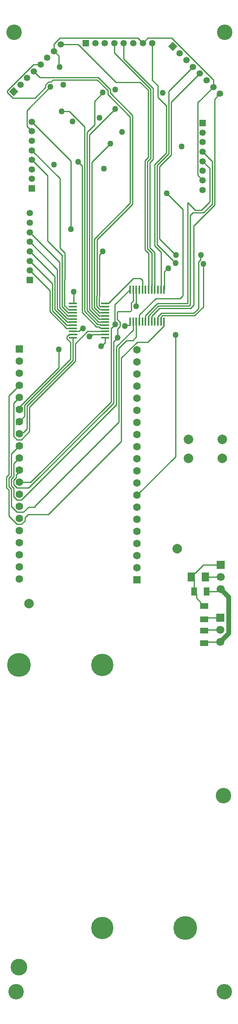
<source format=gbr>
G04*
G04 #@! TF.GenerationSoftware,Altium Limited,Altium Designer,22.11.1 (43)*
G04*
G04 Layer_Physical_Order=4*
G04 Layer_Color=16711680*
%FSLAX44Y44*%
%MOMM*%
G71*
G04*
G04 #@! TF.SameCoordinates,B6AE56F5-1224-44F4-9462-935C271CF011*
G04*
G04*
G04 #@! TF.FilePolarity,Positive*
G04*
G01*
G75*
%ADD13C,0.2540*%
%ADD40C,1.0000*%
%ADD45C,1.3500*%
%ADD46R,1.3500X1.3500*%
%ADD47C,1.6000*%
%ADD48R,1.6000X1.6000*%
%ADD49C,1.7000*%
%ADD50R,1.7000X1.7000*%
%ADD51P,1.9092X4X90.0*%
%ADD52R,1.3500X1.3500*%
%ADD53P,1.9092X4X360.0*%
%ADD54C,5.0000*%
%ADD55C,3.5000*%
%ADD56C,4.7000*%
%ADD57C,1.2700*%
%ADD58C,2.0000*%
%ADD59C,3.2500*%
%ADD60R,1.1500X1.7000*%
%ADD61R,1.8062X1.3046*%
%ADD62R,1.7000X1.1500*%
%ADD63R,1.5500X1.9000*%
G04:AMPARAMS|DCode=64|XSize=1.7528mm|YSize=0.4149mm|CornerRadius=0.2075mm|HoleSize=0mm|Usage=FLASHONLY|Rotation=180.000|XOffset=0mm|YOffset=0mm|HoleType=Round|Shape=RoundedRectangle|*
%AMROUNDEDRECTD64*
21,1,1.7528,0.0000,0,0,180.0*
21,1,1.3379,0.4149,0,0,180.0*
1,1,0.4149,-0.6690,0.0000*
1,1,0.4149,0.6690,0.0000*
1,1,0.4149,0.6690,0.0000*
1,1,0.4149,-0.6690,0.0000*
%
%ADD64ROUNDEDRECTD64*%
G04:AMPARAMS|DCode=65|XSize=1.7528mm|YSize=0.4149mm|CornerRadius=0.2075mm|HoleSize=0mm|Usage=FLASHONLY|Rotation=90.000|XOffset=0mm|YOffset=0mm|HoleType=Round|Shape=RoundedRectangle|*
%AMROUNDEDRECTD65*
21,1,1.7528,0.0000,0,0,90.0*
21,1,1.3379,0.4149,0,0,90.0*
1,1,0.4149,0.0000,0.6690*
1,1,0.4149,0.0000,-0.6690*
1,1,0.4149,0.0000,-0.6690*
1,1,0.4149,0.0000,0.6690*
%
%ADD65ROUNDEDRECTD65*%
%ADD66R,1.7528X0.4149*%
%ADD67R,0.4149X1.7528*%
D13*
X300440Y2122440D02*
X350000Y2172000D01*
X300440Y2089560D02*
X311000Y2079000D01*
X300440Y2089560D02*
Y2122440D01*
X339840Y2171531D02*
Y2176208D01*
X317384Y2149076D02*
X339840Y2171531D01*
X270853Y2149076D02*
X317384D01*
X339840Y2176208D02*
X345792Y2182160D01*
X350469D01*
X367000Y2214000D02*
Y2237569D01*
X350469Y2182160D02*
X355389Y2187080D01*
X367000Y2214000D02*
X368890D01*
X357284Y2247284D02*
X367000Y2237569D01*
X327556Y2192160D02*
X450047D01*
X475400Y2166807D01*
X314858Y2204858D02*
X327556Y2192160D01*
X355389Y2187080D02*
X447943D01*
X470320Y2164703D01*
Y2156048D02*
Y2164703D01*
X475400Y2159623D02*
Y2166807D01*
X522488Y1926304D02*
Y2112535D01*
X517408Y1928408D02*
Y2108961D01*
X470320Y2156048D02*
X517408Y2108961D01*
X475400Y2159623D02*
X522488Y2112535D01*
X259076Y2160853D02*
X270853Y2149076D01*
X357284Y2247284D02*
Y2262218D01*
X369626Y2274560D01*
X533440D01*
X544000Y2264000D01*
X554560Y2274560D01*
X604374D01*
X692142Y2186792D01*
Y2171858D02*
Y2186792D01*
X659440Y1986560D02*
Y2139156D01*
Y1986560D02*
X670000Y1976000D01*
X659440Y2139156D02*
X692142Y2171858D01*
X603670Y2029518D02*
Y2139954D01*
X663858Y2200142D01*
X598590Y2163158D02*
X649716Y2214284D01*
X598590Y2031622D02*
Y2163158D01*
X613147Y1396347D02*
Y1652016D01*
X532000Y1315200D02*
X613147Y1396347D01*
X671081Y1710081D02*
Y1800331D01*
X583182Y1697092D02*
X650908D01*
X660921Y1707105D01*
X653000Y1692000D02*
X671081Y1710081D01*
X660921Y1707105D02*
Y1804539D01*
X585274Y1692000D02*
X653000D01*
X665438Y1818654D02*
X666001Y1819216D01*
X665438Y1809056D02*
Y1818654D01*
X554849Y1636836D02*
X588135Y1670122D01*
X532134Y1636836D02*
X554849D01*
X498849Y1603551D02*
X532134Y1636836D01*
X522896Y1640000D02*
X530250Y1647354D01*
Y1679249D01*
X638080Y1929104D02*
X638080Y1929104D01*
X642760Y1713820D02*
Y1715000D01*
X637988Y1720804D02*
X638080Y1720896D01*
X549750Y1692397D02*
X574766Y1717412D01*
X578974Y1707252D02*
X644000D01*
X650761Y1714013D01*
Y1879889D01*
X638080Y1720896D02*
Y1929104D01*
X574766Y1717412D02*
X637988D01*
X643160Y1718792D02*
Y1902160D01*
X641272Y1712332D02*
X642760Y1713820D01*
Y1715000D02*
X643068Y1715308D01*
X576870Y1712332D02*
X641272D01*
X643068Y1715308D02*
Y1718699D01*
X654104Y1913080D02*
X666920D01*
X643068Y1718699D02*
X643160Y1718792D01*
X637988Y1717412D02*
Y1720804D01*
X638080Y1929104D02*
X654104Y1913080D01*
X576058Y1689968D02*
X583182Y1697092D01*
X277995Y1464000D02*
X283698Y1469702D01*
X284302D01*
X284000Y1520200D02*
X286887Y1523087D01*
X272190Y1508390D02*
X284000Y1520200D01*
X282000Y1491000D02*
Y1497924D01*
X397000Y1659000D02*
X397308Y1659308D01*
X396692Y1658692D02*
X397000Y1659000D01*
X415251Y1665000D02*
X418000D01*
X397308Y1659308D02*
X409559D01*
X415251Y1665000D01*
X277240Y1357858D02*
X284000Y1364618D01*
X262000Y1271498D02*
Y1326146D01*
X272160Y1354446D02*
Y1381360D01*
Y1312138D02*
Y1330354D01*
X262030Y1333300D02*
Y1351500D01*
X272190Y1347292D02*
X277240Y1352342D01*
Y1357858D01*
X267080Y1356550D02*
Y1401680D01*
X262030Y1333300D02*
X267080Y1328250D01*
X267110Y1335404D02*
X272160Y1330354D01*
X267080Y1401680D02*
X284000Y1418600D01*
X267110Y1349396D02*
X272160Y1354446D01*
X256950Y1353604D02*
X262000Y1358654D01*
X256950Y1331196D02*
X262000Y1326146D01*
Y1523600D02*
X284000Y1545600D01*
X272160Y1312138D02*
X279108Y1305190D01*
X272160Y1381360D02*
X284000Y1393200D01*
X267080Y1291818D02*
X279108Y1279790D01*
X267080Y1291818D02*
Y1328250D01*
X272190Y1337508D02*
Y1347292D01*
Y1337508D02*
X279108Y1330590D01*
X262000Y1358654D02*
Y1523600D01*
X256950Y1331196D02*
Y1353604D01*
X262030Y1351500D02*
X267080Y1356550D01*
X267110Y1335404D02*
Y1349396D01*
X284000Y1364618D02*
Y1367800D01*
X262000Y1271498D02*
X279108Y1254390D01*
X293001Y1279790D02*
X303659Y1290448D01*
X317552D01*
X295894Y1267918D02*
X302896Y1274920D01*
X279108Y1279790D02*
X293001D01*
X288892Y1254390D02*
X295894Y1261392D01*
Y1267918D01*
X279108Y1254390D02*
X288892D01*
Y1305190D02*
X488689Y1504987D01*
X279108Y1305190D02*
X288892D01*
X279108Y1330590D02*
X303747D01*
X317552Y1290448D02*
Y1292552D01*
X493769Y1468769D01*
Y1623769D01*
X498849Y1428049D02*
Y1603551D01*
X345720Y1274920D02*
X498849Y1428049D01*
X302896Y1274920D02*
X345720D01*
X482157Y1509000D02*
Y1637157D01*
X477077Y1511104D02*
Y1664824D01*
X303747Y1330590D02*
X482157Y1509000D01*
X308373Y1342400D02*
X477077Y1511104D01*
X284000Y1342400D02*
X308373D01*
X492365Y1681750D02*
X492365D01*
X490440Y1683675D02*
X492365Y1681750D01*
X492365D02*
X496160Y1677955D01*
X391920Y1600660D02*
Y1636068D01*
X295810Y1504550D02*
X391920Y1600660D01*
X295810Y1481210D02*
Y1504550D01*
X282000Y1497924D02*
X367552Y1583477D01*
X305970Y1449268D02*
Y1500342D01*
X402080Y1596452D02*
Y1633464D01*
X300890Y1502446D02*
X397000Y1598556D01*
X367552Y1583477D02*
Y1621448D01*
X300890Y1454354D02*
Y1502446D01*
X305970Y1500342D02*
X402080Y1596452D01*
X397000Y1598556D02*
Y1646000D01*
X384426Y1643562D02*
X391920Y1636068D01*
X384426Y1643562D02*
Y1648438D01*
X427616Y1659000D02*
X464503D01*
X402080Y1633464D02*
X427616Y1659000D01*
X288622Y1431920D02*
X305970Y1449268D01*
X293079Y1446543D02*
X300890Y1454354D01*
X284302Y1469702D02*
X295810Y1481210D01*
X287268Y1443593D02*
X290218Y1446543D01*
X293079D01*
X272190Y1439108D02*
Y1508390D01*
X279378Y1431920D02*
X288622D01*
X272190Y1439108D02*
X279378Y1431920D01*
X389260Y1651885D02*
X389875Y1652500D01*
X387873Y1651885D02*
X389260D01*
X384426Y1648438D02*
X387873Y1651885D01*
X389875Y1652500D02*
X397000D01*
X674950Y1007200D02*
X707000D01*
X673000Y1005250D02*
X674950Y1007200D01*
X588135Y1678633D02*
X588750Y1679249D01*
X510000Y1640000D02*
X522896D01*
X588135Y1670122D02*
Y1678633D01*
X488689Y1504987D02*
Y1627138D01*
X434266Y1648532D02*
X438234Y1652500D01*
X431517Y1648532D02*
X434266D01*
X438234Y1652500D02*
X464503D01*
X482157Y1637157D02*
X491000Y1646000D01*
X477077Y1664824D02*
X486000Y1673747D01*
X456000Y1628000D02*
X457335D01*
X465000Y1635665D01*
X488689Y1627138D02*
X523750Y1662199D01*
Y1679249D01*
X493769Y1623769D02*
X510000Y1640000D01*
X397308Y1652192D02*
X405820D01*
X465000Y1635665D02*
Y1645257D01*
X491000Y1646000D02*
Y1664378D01*
X508251Y1672251D02*
X516507D01*
X517250Y1672995D02*
Y1679249D01*
X516507Y1672251D02*
X517250Y1672995D01*
X506320Y1670320D02*
X508251Y1672251D01*
X491000Y1664378D02*
X496160Y1669538D01*
Y1677955D01*
X490440Y1683675D02*
Y1698952D01*
X485360Y1674386D02*
X486000Y1673747D01*
X485360Y1674386D02*
Y1714862D01*
X491928Y1700440D02*
X517440D01*
X485360Y1714862D02*
X517250Y1746751D01*
X517440Y1700440D02*
X519840Y1702840D01*
X490440Y1698952D02*
X491928Y1700440D01*
X459760Y1826389D02*
Y1826913D01*
X453000Y1819629D02*
X459760Y1826389D01*
X398257Y1717500D02*
X399000Y1718243D01*
X397000Y1717500D02*
X398257D01*
X399000Y1718243D02*
Y1742000D01*
X464503Y1645754D02*
X465000Y1645257D01*
X464503Y1645754D02*
Y1646000D01*
X649000Y1908000D02*
X671688D01*
X666920Y1913080D02*
X684840Y1931000D01*
X643160Y1902160D02*
X649000Y1908000D01*
X660921Y1804539D02*
X665438Y1809056D01*
X671688Y1908000D02*
X689920Y1926232D01*
X650761Y1879889D02*
X695000Y1924128D01*
X622080Y1728080D02*
X627920Y1733920D01*
Y1915361D01*
X594327Y1948953D02*
X627920Y1915361D01*
X571065Y1728080D02*
X622080D01*
X259076Y2160853D02*
Y2164010D01*
X314066Y2219000D01*
X329000D01*
X407685Y2261426D02*
X487231Y2181881D01*
X371426Y2261426D02*
X407685D01*
X487231Y2181881D02*
X538488D01*
X555160Y2165208D01*
X459966Y2159427D02*
Y2160689D01*
X442656Y2142117D02*
X459966Y2159427D01*
X447920Y1851736D02*
X522488Y1926304D01*
X447920Y1734407D02*
Y1851736D01*
X441769Y1852769D02*
X517408Y1928408D01*
X441769Y1709639D02*
Y1852769D01*
X453000Y1732303D02*
Y1819629D01*
X451929Y1731232D02*
X453000Y1732303D01*
X451929Y1713847D02*
Y1731232D01*
X421449Y1701222D02*
Y2088403D01*
X311000Y2099000D02*
X393035Y2016965D01*
X431609Y1705430D02*
Y2071609D01*
X393035Y1873621D02*
Y2016965D01*
X426529Y2076480D02*
X442656Y2092607D01*
X426529Y1703326D02*
Y2076480D01*
X389007Y2120845D02*
X421449Y2088403D01*
X431609Y2071609D02*
X484500Y2124500D01*
X442656Y2092607D02*
Y2142117D01*
X436689Y2013710D02*
X475979Y2053000D01*
X436689Y1707535D02*
Y2013710D01*
X344049Y1848951D02*
X375000Y1818000D01*
X344049Y1848951D02*
Y1985951D01*
X311000Y2019000D02*
X344049Y1985951D01*
X370000Y1834000D02*
Y1980000D01*
X311000Y2039000D02*
X370000Y1980000D01*
Y1834000D02*
X380080Y1823920D01*
Y1768806D02*
Y1823920D01*
X379346Y1768072D02*
X380080Y1768806D01*
X379346Y1712958D02*
Y1768072D01*
Y1712958D02*
X387496Y1704808D01*
X396692D01*
X306000Y1867000D02*
X368922Y1804078D01*
Y1709014D02*
Y1804078D01*
X358762Y1704805D02*
Y1774238D01*
X306000Y1827000D02*
X358762Y1774238D01*
X363842Y1706909D02*
Y1789158D01*
X306000Y1847000D02*
X363842Y1789158D01*
X374266Y1710854D02*
Y1817266D01*
X375000Y1818000D01*
X446531Y1668955D02*
X451852D01*
X448635Y1674035D02*
X453956D01*
X451929Y1713847D02*
X454468Y1711308D01*
X464195D01*
X464503Y1711000D01*
X446849Y1733336D02*
X447920Y1734407D01*
X446849Y1711743D02*
Y1733336D01*
Y1711743D02*
X453784Y1704808D01*
X464195D01*
X453100Y1698308D02*
X464195D01*
X436689Y1707535D02*
X452415Y1691808D01*
X464195D01*
X431609Y1705430D02*
X451929Y1685110D01*
X464392D01*
X464503Y1685000D01*
X426529Y1703326D02*
X450740Y1679115D01*
X456060D01*
X421449Y1701222D02*
X448635Y1674035D01*
X416369Y1699118D02*
X446531Y1668955D01*
X407627Y2014991D02*
X416369Y2006249D01*
Y1699118D02*
Y2006249D01*
X441769Y1709639D02*
X453100Y1698308D01*
X464195Y1704808D02*
X464503Y1704500D01*
X464195Y1698308D02*
X464503Y1698000D01*
X484000Y2243553D02*
X560240Y2167313D01*
X504000Y2230737D02*
Y2264000D01*
X575480Y2150655D02*
Y2174855D01*
X548607Y2017560D02*
X555160Y2024113D01*
X564000Y2186335D02*
Y2264000D01*
X575480Y2150655D02*
X593510Y2132625D01*
X564000Y2186335D02*
X575480Y2174855D01*
X504000Y2230737D02*
X565320Y2169417D01*
X555160Y2024113D02*
Y2165208D01*
X553687Y2015456D02*
X560240Y2022009D01*
X565320Y2019905D02*
Y2169417D01*
X484000Y2243553D02*
Y2264000D01*
X558767Y2013352D02*
X565320Y2019905D01*
X560240Y2022009D02*
Y2167313D01*
X471192Y1717500D02*
X523692Y1770000D01*
X464503Y1717500D02*
X471192D01*
X523692Y1770000D02*
X539000D01*
X548607Y1830414D02*
Y2017560D01*
X556250Y1746751D02*
Y1822772D01*
X553687Y1832518D02*
X562750Y1823456D01*
X558767Y1834623D02*
X569250Y1824140D01*
X548607Y1830414D02*
X556250Y1822772D01*
X558767Y1834623D02*
Y2013352D01*
X553687Y1832518D02*
Y2015456D01*
X562750Y1746751D02*
Y1823456D01*
X569250Y1746751D02*
Y1824140D01*
X593510Y2033726D02*
Y2132625D01*
X568927Y2009144D02*
X593510Y2033726D01*
X574007Y2007039D02*
X598590Y2031622D01*
X579087Y2004935D02*
X603670Y2029518D01*
X568927Y1838831D02*
Y2009144D01*
X582250Y1746751D02*
Y1825508D01*
X568927Y1838831D02*
X582250Y1825508D01*
X689920Y1926232D02*
Y2016080D01*
X670000Y2036000D02*
X689920Y2016080D01*
X684840Y1931000D02*
Y2001160D01*
X670000Y2016000D02*
X684840Y2001160D01*
X695000Y1924128D02*
Y2146431D01*
X706284Y2157716D01*
X699334Y2154812D02*
X700415D01*
X703318Y2157716D01*
X706284D01*
X579087Y1853342D02*
X613213Y1819216D01*
X574007Y1840935D02*
X612514Y1802429D01*
X574007Y1840935D02*
Y2007039D01*
X613213Y1819216D02*
X614160D01*
X579087Y1853342D02*
Y2004935D01*
X556250Y1691712D02*
X576870Y1712332D01*
X536750Y1693765D02*
X571065Y1728080D01*
X536750Y1679249D02*
Y1693765D01*
X386812Y1698308D02*
X396692D01*
X385444Y1685308D02*
X396692D01*
X348602Y1700597D02*
X383699Y1665500D01*
X397000D01*
X384759Y1678808D02*
X396692D01*
X358762Y1704805D02*
X384759Y1678808D01*
X348602Y1700597D02*
Y1744398D01*
X374266Y1710854D02*
X386812Y1698308D01*
X363842Y1706909D02*
X385444Y1685308D01*
X386128Y1691808D02*
X396692D01*
X368922Y1709014D02*
X386128Y1691808D01*
X384383Y1672000D02*
X397000D01*
X353682Y1702701D02*
X384383Y1672000D01*
X353682Y1702701D02*
Y1759318D01*
X396692Y1704808D02*
X397000Y1704500D01*
X396692Y1698308D02*
X397000Y1698000D01*
X556250Y1679249D02*
Y1691712D01*
X549750Y1679249D02*
Y1692397D01*
X563058Y1691336D02*
X578974Y1707252D01*
X563058Y1679556D02*
Y1691336D01*
X562750Y1679249D02*
X563058Y1679556D01*
X569250Y1679249D02*
X569558Y1679556D01*
X576058D02*
Y1689968D01*
X575750Y1679249D02*
X576058Y1679556D01*
X582250Y1679249D02*
X582558Y1679556D01*
Y1689283D01*
X585274Y1692000D01*
X306000Y1787000D02*
X348602Y1744398D01*
X306000Y1807000D02*
X353682Y1759318D01*
X396692Y1678808D02*
X397000Y1678500D01*
X396692Y1685308D02*
X397000Y1685000D01*
X396692Y1691808D02*
X397000Y1691500D01*
X530125Y1746626D02*
X530250Y1746751D01*
X530125Y1712125D02*
Y1746626D01*
X530000Y1712000D02*
X530125Y1712125D01*
X464195Y1691808D02*
X464503Y1691500D01*
X464195Y1672308D02*
X464503Y1672000D01*
X455683Y1672308D02*
X464195D01*
X453956Y1674035D02*
X455683Y1672308D01*
X373095Y2120845D02*
X389007D01*
X464195Y1678808D02*
X464503Y1678500D01*
X456367Y1678808D02*
X464195D01*
X456060Y1679115D02*
X456367Y1678808D01*
X451852Y1668955D02*
X454999Y1665808D01*
X464195D02*
X464503Y1665500D01*
X454999Y1665808D02*
X464195D01*
X673000Y1054992D02*
X676008Y1058000D01*
X707000D01*
X539000Y1770000D02*
X543250Y1765750D01*
Y1746751D02*
Y1765750D01*
X652250Y1113000D02*
Y1138000D01*
Y1113000D02*
X656730Y1108520D01*
Y1099278D02*
Y1108520D01*
X646250Y1144000D02*
X652250Y1138000D01*
X656730Y1099278D02*
X665239Y1090769D01*
X646250Y1145750D02*
X652730Y1152230D01*
X646250Y1144000D02*
Y1145750D01*
X665239Y1088261D02*
X670492Y1083008D01*
X665239Y1088261D02*
Y1090769D01*
X652730Y1152230D02*
X654480D01*
X671050Y1168800D01*
X670492Y1083008D02*
X673000D01*
X671050Y1168800D02*
X708000D01*
X704087Y1118000D02*
X708000D01*
X699087Y1113000D02*
X704087Y1118000D01*
X677750Y1113000D02*
X699087D01*
X673000Y1030750D02*
X674850Y1032600D01*
X707000D01*
X676350Y1143400D02*
X708000D01*
X675750Y1144000D02*
X676350Y1143400D01*
X588875Y1746876D02*
Y1783961D01*
X595914Y1791000D02*
X598000D01*
X588875Y1783961D02*
X595914Y1791000D01*
X588750Y1746751D02*
X588875Y1746876D01*
X519840Y1719124D02*
X523750Y1723034D01*
Y1746751D01*
X519840Y1702840D02*
Y1719124D01*
X397000Y1652500D02*
X397308Y1652192D01*
X464195D02*
X464503Y1652500D01*
D40*
X708000Y1118000D02*
X725000Y1101000D01*
Y1025200D02*
Y1101000D01*
X707000Y1007200D02*
X725000Y1025200D01*
D45*
X670000Y2076000D02*
D03*
Y2036000D02*
D03*
Y2016000D02*
D03*
Y1976000D02*
D03*
Y1956000D02*
D03*
Y1996000D02*
D03*
Y2056000D02*
D03*
X635574Y2228426D02*
D03*
X678000Y2186000D02*
D03*
X464000Y2264000D02*
D03*
X524000D02*
D03*
X300716Y2190716D02*
D03*
X343142Y2233142D02*
D03*
X311000Y1999000D02*
D03*
Y2059000D02*
D03*
X306000Y1887000D02*
D03*
Y1787000D02*
D03*
Y1807000D02*
D03*
Y1827000D02*
D03*
Y1847000D02*
D03*
Y1867000D02*
D03*
X706284Y2157716D02*
D03*
X692142Y2171858D02*
D03*
X663858Y2200142D02*
D03*
X649716Y2214284D02*
D03*
X621431Y2242569D02*
D03*
X564000Y2264000D02*
D03*
X544000D02*
D03*
X504000D02*
D03*
X484000D02*
D03*
X444000D02*
D03*
X371426Y2261426D02*
D03*
X357284Y2247284D02*
D03*
X329000Y2219000D02*
D03*
X314858Y2204858D02*
D03*
X286574Y2176574D02*
D03*
X311000Y2099000D02*
D03*
Y2079000D02*
D03*
Y2039000D02*
D03*
Y2019000D02*
D03*
Y1979000D02*
D03*
X306000Y1907000D02*
D03*
D46*
X670000Y2096000D02*
D03*
X306000Y1767000D02*
D03*
X311000Y1959000D02*
D03*
D47*
X284000Y1266200D02*
D03*
Y1342400D02*
D03*
Y1367800D02*
D03*
Y1393200D02*
D03*
Y1444000D02*
D03*
Y1469400D02*
D03*
Y1520200D02*
D03*
Y1571000D02*
D03*
Y1596400D02*
D03*
Y1545600D02*
D03*
Y1494800D02*
D03*
Y1418600D02*
D03*
Y1317000D02*
D03*
Y1291600D02*
D03*
Y1240800D02*
D03*
Y1215400D02*
D03*
Y1190000D02*
D03*
Y1164600D02*
D03*
Y1139200D02*
D03*
X532000Y1493000D02*
D03*
Y1416800D02*
D03*
Y1391400D02*
D03*
Y1366000D02*
D03*
Y1315200D02*
D03*
Y1289800D02*
D03*
Y1239000D02*
D03*
Y1188200D02*
D03*
Y1162800D02*
D03*
Y1213600D02*
D03*
Y1264400D02*
D03*
Y1340600D02*
D03*
Y1442200D02*
D03*
Y1467600D02*
D03*
Y1518400D02*
D03*
Y1543800D02*
D03*
Y1569200D02*
D03*
Y1594600D02*
D03*
Y1620000D02*
D03*
D48*
X284000Y1621800D02*
D03*
X532000Y1137400D02*
D03*
D49*
X707000Y1032600D02*
D03*
Y1007200D02*
D03*
X708000Y1143400D02*
D03*
Y1118000D02*
D03*
D50*
Y1168800D02*
D03*
X707000Y1058000D02*
D03*
D51*
X272432Y2162431D02*
D03*
D52*
X424000Y2264000D02*
D03*
D53*
X607289Y2256711D02*
D03*
D54*
X633520Y406850D02*
D03*
X283420Y958850D02*
D03*
D55*
Y324650D02*
D03*
D56*
X458470Y406850D02*
D03*
Y958850D02*
D03*
D57*
X350000Y2172000D02*
D03*
X368890Y2214000D02*
D03*
X377000Y2176920D02*
D03*
X613147Y1652016D02*
D03*
X666001Y1819216D02*
D03*
X418000Y1665000D02*
D03*
X367552Y1621448D02*
D03*
X431517Y1648532D02*
D03*
X491000Y1646000D02*
D03*
X456000Y1628000D02*
D03*
X506320Y1670320D02*
D03*
X486000Y1673747D02*
D03*
X459760Y1826913D02*
D03*
X399000Y1742000D02*
D03*
X671081Y1800331D02*
D03*
X459966Y2160689D02*
D03*
X500679Y2077509D02*
D03*
X396270Y2099213D02*
D03*
X452816Y2107184D02*
D03*
X475979Y2053000D02*
D03*
X393035Y1873621D02*
D03*
X486000Y2126000D02*
D03*
X586000Y2160000D02*
D03*
X485560Y2166641D02*
D03*
X462089Y2000110D02*
D03*
X626000Y2047000D02*
D03*
X614160Y1819216D02*
D03*
X612514Y1802429D02*
D03*
X594327Y1948953D02*
D03*
X530000Y1712000D02*
D03*
X373095Y2120845D02*
D03*
X407627Y2014991D02*
D03*
X357000Y2009000D02*
D03*
X598000Y1791000D02*
D03*
D58*
X711000Y1393000D02*
D03*
Y1432370D02*
D03*
X639880D02*
D03*
Y1393000D02*
D03*
X616000Y1203000D02*
D03*
X305000Y1088000D02*
D03*
D59*
X714000Y685000D02*
D03*
X715000Y273000D02*
D03*
X278000D02*
D03*
X273000Y2287000D02*
D03*
X716000D02*
D03*
D60*
X652250Y1113000D02*
D03*
X677750D02*
D03*
D61*
X673000Y1083008D02*
D03*
Y1054992D02*
D03*
D62*
Y1030750D02*
D03*
Y1005250D02*
D03*
D63*
X646250Y1144000D02*
D03*
X675750D02*
D03*
D64*
X397000Y1665500D02*
D03*
Y1672000D02*
D03*
Y1678500D02*
D03*
Y1685000D02*
D03*
Y1691500D02*
D03*
Y1659000D02*
D03*
X464503Y1691500D02*
D03*
Y1685000D02*
D03*
Y1672000D02*
D03*
Y1678500D02*
D03*
Y1665500D02*
D03*
Y1711000D02*
D03*
Y1704500D02*
D03*
Y1698000D02*
D03*
X397000D02*
D03*
Y1704500D02*
D03*
Y1711000D02*
D03*
Y1717500D02*
D03*
Y1652500D02*
D03*
Y1646000D02*
D03*
X464503D02*
D03*
Y1652500D02*
D03*
Y1659000D02*
D03*
D65*
X530250Y1746751D02*
D03*
X582250Y1679249D02*
D03*
X575750D02*
D03*
X569250D02*
D03*
X562750D02*
D03*
X556250D02*
D03*
X549750D02*
D03*
X543250D02*
D03*
X536750D02*
D03*
Y1746751D02*
D03*
X543250D02*
D03*
X549750D02*
D03*
X556250D02*
D03*
X562750D02*
D03*
X569250D02*
D03*
X575750D02*
D03*
X582250D02*
D03*
X588750D02*
D03*
X523750D02*
D03*
X517250D02*
D03*
Y1679249D02*
D03*
X523750D02*
D03*
X530250D02*
D03*
D66*
X464503Y1717500D02*
D03*
D67*
X588750Y1679249D02*
D03*
M02*

</source>
